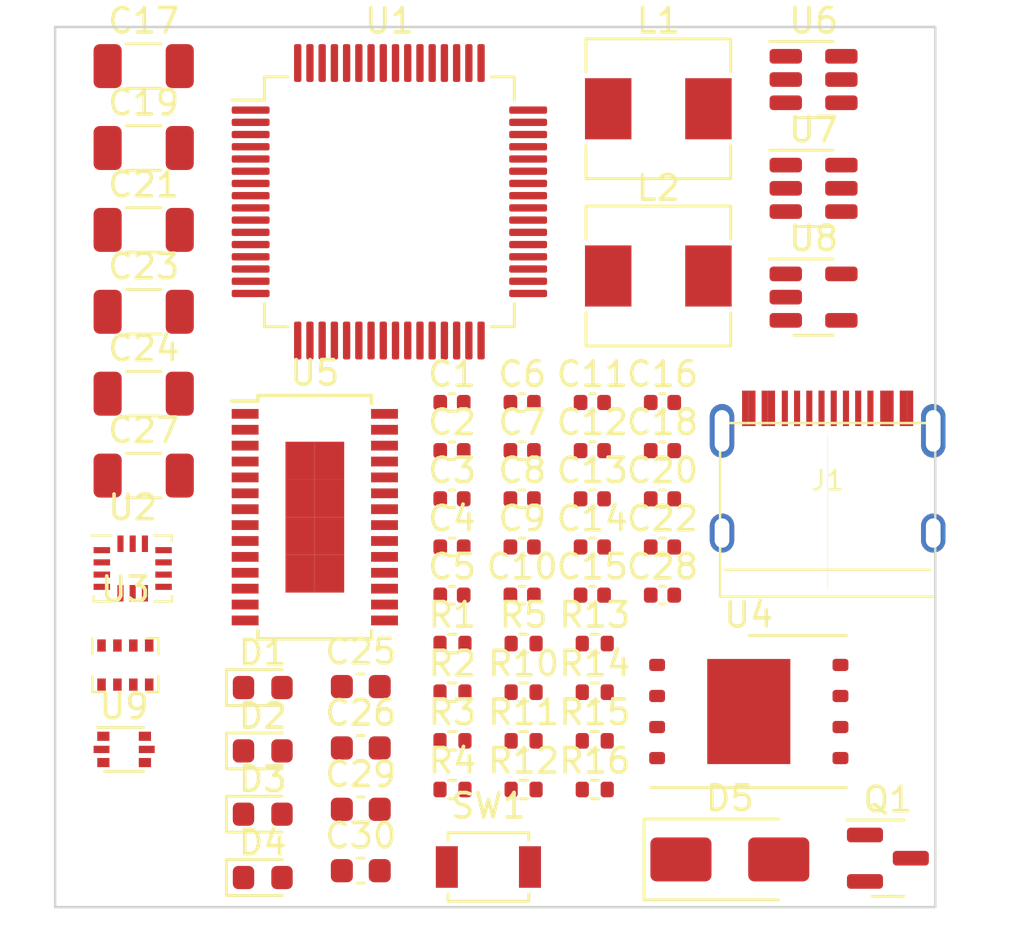
<source format=kicad_pcb>
(kicad_pcb (version 20221018) (generator pcbnew)
  (layers (0 "F.Cu" signal) (1 "In1.Cu" power) (2 "In2.Cu" power) (31 "B.Cu" signal) (34 "B.Paste" user) (35 "F.Paste" user) (36 "B.SilkS" user "B.Silkscreen") (37 "F.SilkS" user "F.Silkscreen") (38 "B.Mask" user) (39 "F.Mask" user) (44 "Edge.Cuts" user))
  (net 0 "")
  (net 1 "SPI1_MISO")
  (net 2 "VBUS")
  (net 3 "EUSB_DP")
  (net 7 "SPI1_SCK")
  (net 8 "SPI1_MOSI")
  (net 9 "SPI1_INT")
  (net 10 "SPI1_CS")
  (net 12 "SPI2_CS")
  (net 14 "SPI3_CS")
  (net 15 "+5V")
  (net 16 "SPI4_CS")
  (net 17 "I2C3_SCL")
  (net 18 "EUSB_DM")
  (net 20 "I2C3_SDA")
  (net 21 "+3V3")
  (net 25 "NRST")
  (net 26 "ISENSE")
  (net 27 "TMR9_CH1")
  (net 28 "TMR9_CH2")
  (net 29 "VSENSE")
  (net 30 "GND")
  (net 31 "UART4_TX")
  (net 32 "UART4_RX")
  (net 33 "USART2_TX")
  (net 34 "USART2_RX")
  (net 35 "TMR2_CH3")
  (net 36 "TMR2_CH4")
  (net 37 "TIM3_CH1")
  (net 38 "TIM3_CH2")
  (net 39 "TIM3_CH3")
  (net 41 "TIM3_CH4")
  (net 42 "SPI2_SCK")
  (net 43 "SPI2_MISO")
  (net 44 "SPI2_MOSI")
  (net 46 "USART1_TX")
  (net 47 "USART1_RX")
  (net 48 "USB_DM")
  (net 49 "USB_DP")
  (net 50 "SWDIO")
  (net 52 "SWCLK")
  (net 54 "BOOT0")
  (net 55 "SPI3_SCK")
  (net 56 "SPI3_MISO")
  (net 57 "SPI3_MOSI")
  (net 58 "SPI4_SCK")
  (net 59 "SPI4_MISO")
  (net 60 "SPI4_MOSI")
  (net 61 "Net-(U5-CLKIN)")
  (net 62 "Net-(U5-XFB)")
  (net 67 "Net-(U5-VIN)")
  (net 68 "Net-(U5-SAG)")
  (net 69 "Net-(U5-VOUT)")
  (net 71 "USART3_RX")
  (net 72 "USART3_TX")
  (net 73 "Net-(U6-SW)")
  (net 76 "Net-(J1-CC1)")
  (net 77 "Net-(J1-CC2)")
  (net 78 "+BATT")
  (net 79 "Net-(U6-FB)")
  (net 81 "Net-(U6-BOOT)")
  (net 82 "Net-(U7-SW)")
  (net 83 "Net-(U7-FB)")
  (net 84 "10V_SW")
  (net 85 "Net-(U7-BOOT)")
  (net 86 "+10V")
  (net 87 "VIN")
  (net 88 "Net-(C29-Pad2)")
  (net 89 "LED1")
  (net 90 "Net-(D1-A)")
  (net 91 "LED2")
  (net 92 "Net-(D2-A)")
  (net 93 "Net-(D3-A)")
  (net 94 "Net-(D4-A)")
  (net 95 "BUZZER-")
  (net 96 "BUZZ")
  (net 97 "VOUT")
  (footprint "Resistor_SMD:R_0402_1005Metric" (layer "F.Cu") (at 119.1625 112.21)
    (fp_text reference "R10" (at 0 -1.17) (layer "F.SilkS"))
    (fp_text value "100k")
    (pad "1" smd roundrect (at -0.51 0) (size 0.54 0.64) (layers "F.Cu" "F.Paste" "F.Mask") (net 86 "+10V"))
    (pad "2" smd roundrect (at 0.51 0) (size 0.54 0.64) (layers "F.Cu" "F.Paste" "F.Mask") (net 83 "Net-(U7-FB)"))
  )
  (footprint "Resistor_SMD:R_0402_1005Metric" (layer "F.Cu") (at 116.2525 116.19)
    (fp_text reference "R4" (at 0 -1.17) (layer "F.SilkS"))
    (fp_text value "10k")
    (pad "1" smd roundrect (at -0.51 0) (size 0.54 0.64) (layers "F.Cu" "F.Paste" "F.Mask") (net 17 "I2C3_SCL"))
    (pad "2" smd roundrect (at 0.51 0) (size 0.54 0.64) (layers "F.Cu" "F.Paste" "F.Mask") (net 21 "+3V3"))
  )
  (footprint "LED_SMD:LED_0603_1608Metric" (layer "F.Cu") (at 108.4925 114.61)
    (fp_text reference "D2" (at 0 -1.43) (layer "F.SilkS"))
    (fp_text value "GREEN")
    (pad "1" smd roundrect (at -0.7875 0) (size 0.875 0.95) (layers "F.Cu" "F.Paste" "F.Mask") (net 91 "LED2"))
    (pad "2" smd roundrect (at 0.7875 0) (size 0.875 0.95) (layers "F.Cu" "F.Paste" "F.Mask") (net 92 "Net-(D2-A)"))
  )
  (footprint "LED_SMD:LED_0603_1608Metric" (layer "F.Cu") (at 108.4925 119.79)
    (fp_text reference "D4" (at 0 -1.43) (layer "F.SilkS"))
    (fp_text value "YELLOW")
    (pad "1" smd roundrect (at -0.7875 0) (size 0.875 0.95) (layers "F.Cu" "F.Paste" "F.Mask") (net 30 "GND"))
    (pad "2" smd roundrect (at 0.7875 0) (size 0.875 0.95) (layers "F.Cu" "F.Paste" "F.Mask") (net 94 "Net-(D4-A)"))
  )
  (footprint "Capacitor_SMD:C_1206_3216Metric" (layer "F.Cu") (at 103.6225 93.3)
    (fp_text reference "C21" (at 0 -1.85) (layer "F.SilkS"))
    (fp_text value "10u 50V")
    (pad "1" smd roundrect (at -1.475 0) (size 1.15 1.8) (layers "F.Cu" "F.Paste" "F.Mask") (roundrect_rratio 0.2173913043) (net 78 "+BATT"))
    (pad "2" smd roundrect (at 1.475 0) (size 1.15 1.8) (layers "F.Cu" "F.Paste" "F.Mask") (roundrect_rratio 0.2173913043) (net 30 "GND"))
  )
  (footprint "Resistor_SMD:R_0402_1005Metric" (layer "F.Cu") (at 122.0725 110.22)
    (fp_text reference "R13" (at 0 -1.17) (layer "F.SilkS"))
    (fp_text value "13.3k")
    (pad "1" smd roundrect (at -0.51 0) (size 0.54 0.64) (layers "F.Cu" "F.Paste" "F.Mask") (net 79 "Net-(U6-FB)"))
    (pad "2" smd roundrect (at 0.51 0) (size 0.54 0.64) (layers "F.Cu" "F.Paste" "F.Mask") (net 30 "GND"))
  )
  (footprint "Capacitor_SMD:C_0603_1608Metric" (layer "F.Cu") (at 112.5025 119.51)
    (fp_text reference "C30" (at 0 -1.43) (layer "F.SilkS"))
    (fp_text value "10u")
    (pad "1" smd roundrect (at -0.775 0) (size 0.9 0.95) (layers "F.Cu" "F.Paste" "F.Mask") (net 68 "Net-(U5-SAG)"))
    (pad "2" smd roundrect (at 0.775 0) (size 0.9 0.95) (layers "F.Cu" "F.Paste" "F.Mask") (net 88 "Net-(C29-Pad2)"))
  )
  (footprint "Diode_SMD:D_SMA" (layer "F.Cu") (at 127.5975 119.05)
    (fp_text reference "D5" (at 0 -2.5) (layer "F.SilkS"))
    (fp_text value "SS34")
    (pad "1" smd roundrect (at -2 0) (size 2.5 1.8) (layers "F.Cu" "F.Paste" "F.Mask") (roundrect_rratio 0.1388888889) (net 15 "+5V"))
    (pad "2" smd roundrect (at 2 0) (size 2.5 1.8) (layers "F.Cu" "F.Paste" "F.Mask") (roundrect_rratio 0.1388888889) (net 2 "VBUS"))
  )
  (footprint "Capacitor_SMD:C_0402_1005Metric" (layer "F.Cu") (at 116.2325 100.36)
    (fp_text reference "C1" (at 0 -1.16) (layer "F.SilkS"))
    (fp_text value "100n")
    (pad "1" smd roundrect (at -0.48 0) (size 0.56 0.62) (layers "F.Cu" "F.Paste" "F.Mask") (net 30 "GND"))
    (pad "2" smd roundrect (at 0.48 0) (size 0.56 0.62) (layers "F.Cu" "F.Paste" "F.Mask") (net 25 "NRST"))
  )
  (footprint "Capacitor_SMD:C_0402_1005Metric" (layer "F.Cu") (at 124.8425 100.36)
    (fp_text reference "C16" (at 0 -1.16) (layer "F.SilkS"))
    (fp_text value "68p")
    (pad "1" smd roundrect (at -0.48 0) (size 0.56 0.62) (layers "F.Cu" "F.Paste" "F.Mask") (net 15 "+5V"))
    (pad "2" smd roundrect (at 0.48 0) (size 0.56 0.62) (layers "F.Cu" "F.Paste" "F.Mask") (net 79 "Net-(U6-FB)"))
  )
  (footprint "Resistor_SMD:R_0402_1005Metric" (layer "F.Cu") (at 116.2525 114.2)
    (fp_text reference "R3" (at 0 -1.17) (layer "F.SilkS"))
    (fp_text value "5.1k")
    (pad "1" smd roundrect (at -0.51 0) (size 0.54 0.64) (layers "F.Cu" "F.Paste" "F.Mask") (net 77 "Net-(J1-CC2)"))
    (pad "2" smd roundrect (at 0.51 0) (size 0.54 0.64) (layers "F.Cu" "F.Paste" "F.Mask") (net 30 "GND"))
  )
  (footprint "Resistor_SMD:R_0402_1005Metric" (layer "F.Cu") (at 116.2525 110.22)
    (fp_text reference "R1" (at 0 -1.17) (layer "F.SilkS"))
    (fp_text value "10k")
    (pad "1" smd roundrect (at -0.51 0) (size 0.54 0.64) (layers "F.Cu" "F.Paste" "F.Mask") (net 54 "BOOT0"))
    (pad "2" smd roundrect (at 0.51 0) (size 0.54 0.64) (layers "F.Cu" "F.Paste" "F.Mask") (net 30 "GND"))
  )
  (footprint "Inductor_SMD:L_Sunlord_MWSA0503S" (layer "F.Cu") (at 124.6725 88.345)
    (fp_text reference "L1" (at 0 -3.6) (layer "F.SilkS"))
    (fp_text value "10u")
    (pad "1" smd rect (at -2.05 0) (size 1.9 2.5) (layers "F.Cu" "F.Paste" "F.Mask") (net 73 "Net-(U6-SW)"))
    (pad "2" smd rect (at 2.05 0) (size 1.9 2.5) (layers "F.Cu" "F.Paste" "F.Mask") (net 15 "+5V"))
  )
  (footprint "Capacitor_SMD:C_0402_1005Metric" (layer "F.Cu") (at 121.9725 100.36)
    (fp_text reference "C11" (at 0 -1.16) (layer "F.SilkS"))
    (fp_text value "100n")
    (pad "1" smd roundrect (at -0.48 0) (size 0.56 0.62) (layers "F.Cu" "F.Paste" "F.Mask") (net 21 "+3V3"))
    (pad "2" smd roundrect (at 0.48 0) (size 0.56 0.62) (layers "F.Cu" "F.Paste" "F.Mask") (net 30 "GND"))
  )
  (footprint "Resistor_SMD:R_0402_1005Metric" (layer "F.Cu") (at 119.1625 110.22)
    (fp_text reference "R5" (at 0 -1.17) (layer "F.SilkS"))
    (fp_text value "10k")
    (pad "1" smd roundrect (at -0.51 0) (size 0.54 0.64) (layers "F.Cu" "F.Paste" "F.Mask") (net 20 "I2C3_SDA"))
    (pad "2" smd roundrect (at 0.51 0) (size 0.54 0.64) (layers "F.Cu" "F.Paste" "F.Mask") (net 21 "+3V3"))
  )
  (footprint "Capacitor_SMD:C_0402_1005Metric" (layer "F.Cu") (at 121.9725 104.3)
    (fp_text reference "C13" (at 0 -1.16) (layer "F.SilkS"))
    (fp_text value "100n")
    (pad "1" smd roundrect (at -0.48 0) (size 0.56 0.62) (layers "F.Cu" "F.Paste" "F.Mask") (net 21 "+3V3"))
    (pad "2" smd roundrect (at 0.48 0) (size 0.56 0.62) (layers "F.Cu" "F.Paste" "F.Mask") (net 30 "GND"))
  )
  (footprint "Capacitor_SMD:C_0603_1608Metric" (layer "F.Cu") (at 112.5025 114.49)
    (fp_text reference "C26" (at 0 -1.43) (layer "F.SilkS"))
    (fp_text value "10u")
    (pad "1" smd roundrect (at -0.775 0) (size 0.9 0.95) (layers "F.Cu" "F.Paste" "F.Mask") (net 15 "+5V"))
    (pad "2" smd roundrect (at 0.775 0) (size 0.9 0.95) (layers "F.Cu" "F.Paste" "F.Mask") (net 30 "GND"))
  )
  (footprint "Resistor_SMD:R_0402_1005Metric" (layer "F.Cu") (at 122.0725 114.2)
    (fp_text reference "R15" (at 0 -1.17) (layer "F.SilkS"))
    (fp_text value "75")
    (pad "1" smd roundrect (at -0.51 0) (size 0.54 0.64) (layers "F.Cu" "F.Paste" "F.Mask") (net 87 "VIN"))
    (pad "2" smd roundrect (at 0.51 0) (size 0.54 0.64) (layers "F.Cu" "F.Paste" "F.Mask") (net 30 "GND"))
  )
  (footprint "Button_Switch_SMD:SW_SPST_B3U-1000P" (layer "F.Cu") (at 117.7225 119.36)
    (fp_text reference "SW1" (at 0 -2.5) (layer "F.SilkS"))
    (fp_text value "SW_Push")
    (pad "1" smd rect (at -1.7 0) (size 0.9 1.7) (layers "F.Cu" "F.Paste" "F.Mask") (net 54 "BOOT0"))
    (pad "2" smd rect (at 1.7 0) (size 0.9 1.7) (layers "F.Cu" "F.Paste" "F.Mask") (net 21 "+3V3"))
  )
  (footprint "Resistor_SMD:R_0402_1005Metric" (layer "F.Cu") (at 119.1625 116.19)
    (fp_text reference "R12" (at 0 -1.17) (layer "F.SilkS"))
    (fp_text value "100k")
    (pad "1" smd roundrect (at -0.51 0) (size 0.54 0.64) (layers "F.Cu" "F.Paste" "F.Mask") (net 15 "+5V"))
    (pad "2" smd roundrect (at 0.51 0) (size 0.54 0.64) (layers "F.Cu" "F.Paste" "F.Mask") (net 79 "Net-(U6-FB)"))
  )
  (footprint "Resistor_SMD:R_0402_1005Metric" (layer "F.Cu") (at 122.0725 116.19)
    (fp_text reference "R16" (at 0 -1.17) (layer "F.SilkS"))
    (fp_text value "75")
    (pad "1" smd roundrect (at -0.51 0) (size 0.54 0.64) (layers "F.Cu" "F.Paste" "F.Mask") (net 88 "Net-(C29-Pad2)"))
    (pad "2" smd roundrect (at 0.51 0) (size 0.54 0.64) (layers "F.Cu" "F.Paste" "F.Mask") (net 97 "VOUT"))
  )
  (footprint "Package_TO_SOT_SMD:SOT-666" (layer "F.Cu") (at 102.8225 114.55)
    (fp_text reference "U9" (at 0 -1.75) (layer "F.SilkS"))
    (fp_text value "USBLC6-2P6")
    (pad "1" smd rect (at -0.85 -0.5375) (size 0.5 0.375) (layers "F.Cu" "F.Paste" "F.Mask") (net 49 "USB_DP"))
    (pad "2" smd rect (at -0.925 0) (size 0.65 0.3) (layers "F.Cu" "F.Paste" "F.Mask") (net 30 "GND"))
    (pad "3" smd rect (at -0.85 0.5375) (size 0.5 0.375) (layers "F.Cu" "F.Paste" "F.Mask") (net 48 "USB_DM"))
    (pad "4" smd rect (at 0.85 0.5375) (size 0.5 0.375) (layers "F.Cu" "F.Paste" "F.Mask") (net 18 "EUSB_DM"))
    (pad "5" smd rect (at 0.925 0) (size 0.65 0.3) (layers "F.Cu" "F.Paste" "F.Mask") (net 2 "VBUS"))
    (pad "6" smd rect (at 0.85 -0.5375) (size 0.5 0.375) (layers "F.Cu" "F.Paste" "F.Mask") (net 3 "EUSB_DP"))
  )
  (footprint "Capacitor_SMD:C_1206_3216Metric" (layer "F.Cu") (at 103.6225 86.6)
    (fp_text reference "C17" (at 0 -1.85) (layer "F.SilkS"))
    (fp_text value "22u")
    (pad "1" smd roundrect (at -1.475 0) (size 1.15 1.8) (layers "F.Cu" "F.Paste" "F.Mask") (roundrect_rratio 0.2173913043) (net 15 "+5V"))
    (pad "2" smd roundrect (at 1.475 0) (size 1.15 1.8) (layers "F.Cu" "F.Paste" "F.Mask") (roundrect_rratio 0.2173913043) (net 30 "GND"))
  )
  (footprint "Capacitor_SMD:C_0402_1005Metric" (layer "F.Cu") (at 119.1025 104.3)
    (fp_text reference "C8" (at 0 -1.16) (layer "F.SilkS"))
    (fp_text value "100n")
    (pad "1" smd roundrect (at -0.48 0) (size 0.56 0.62) (layers "F.Cu" "F.Paste" "F.Mask") (net 21 "+3V3"))
    (pad "2" smd roundrect (at 0.48 0) (size 0.56 0.62) (layers "F.Cu" "F.Paste" "F.Mask") (net 30 "GND"))
  )
  (footprint "Capacitor_SMD:C_0402_1005Metric" (layer "F.Cu") (at 116.2325 104.3)
    (fp_text reference "C3" (at 0 -1.16) (layer "F.SilkS"))
    (fp_text value "100n")
    (pad "1" smd roundrect (at -0.48 0) (size 0.56 0.62) (layers "F.Cu" "F.Paste" "F.Mask") (net 21 "+3V3"))
    (pad "2" smd roundrect (at 0.48 0) (size 0.56 0.62) (layers "F.Cu" "F.Paste" "F.Mask") (net 30 "GND"))
  )
  (footprint "Capacitor_SMD:C_0402_1005Metric" (layer "F.Cu") (at 119.1025 100.36)
    (fp_text reference "C6" (at 0 -1.16) (layer "F.SilkS"))
    (fp_text value "100n")
    (pad "1" smd roundrect (at -0.48 0) (size 0.56 0.62) (layers "F.Cu" "F.Paste" "F.Mask") (net 21 "+3V3"))
    (pad "2" smd roundrect (at 0.48 0) (size 0.56 0.62) (layers "F.Cu" "F.Paste" "F.Mask") (net 30 "GND"))
  )
  (footprint "Resistor_SMD:R_0402_1005Metric" (layer "F.Cu") (at 116.2525 112.21)
    (fp_text reference "R2" (at 0 -1.17) (layer "F.SilkS"))
    (fp_text value "5.1k")
    (pad "1" smd roundrect (at -0.51 0) (size 0.54 0.64) (layers "F.Cu" "F.Paste" "F.Mask") (net 76 "Net-(J1-CC1)"))
    (pad "2" smd roundrect (at 0.51 0) (size 0.54 0.64) (layers "F.Cu" "F.Paste" "F.Mask") (net 30 "GND"))
  )
  (footprint "Package_TO_SOT_SMD:SOT-23" (layer "F.Cu") (at 134.0625 119)
    (fp_text reference "Q1" (at 0 -2.4) (layer "F.SilkS"))
    (fp_text value "AO3400A")
    (pad "1" smd roundrect (at -0.9375 -0.95) (size 1.475 0.6) (layers "F.Cu" "F.Paste" "F.Mask") (net 96 "BUZZ"))
    (pad "2" smd roundrect (at -0.9375 0.95) (size 1.475 0.6) (layers "F.Cu" "F.Paste" "F.Mask") (net 30 "GND"))
    (pad "3" smd roundrect (at 0.9375 0) (size 1.475 0.6) (layers "F.Cu" "F.Paste" "F.Mask") (net 95 "BUZZER-"))
  )
  (footprint "Capacitor_SMD:C_0402_1005Metric" (layer "F.Cu") (at 116.2325 108.24)
    (fp_text reference "C5" (at 0 -1.16) (layer "F.SilkS"))
    (fp_text value "100n")
    (pad "1" smd roundrect (at -0.48 0) (size 0.56 0.62) (layers "F.Cu" "F.Paste" "F.Mask") (net 21 "+3V3"))
    (pad "2" smd roundrect (at 0.48 0) (size 0.56 0.62) (layers "F.Cu" "F.Paste" "F.Mask") (net 30 "GND"))
  )
  (footprint "Capacitor_SMD:C_0402_1005Metric" (layer "F.Cu") (at 124.8425 104.3)
    (fp_text reference "C20" (at 0 -1.16) (layer "F.SilkS"))
    (fp_text value "100n")
    (pad "1" smd roundrect (at -0.48 0) (size 0.56 0.62) (layers "F.Cu" "F.Paste" "F.Mask") (net 81 "Net-(U6-BOOT)"))
    (pad "2" smd roundrect (at 0.48 0) (size 0.56 0.62) (layers "F.Cu" "F.Paste" "F.Mask") (net 73 "Net-(U6-SW)"))
  )
  (footprint "Capacitor_SMD:C_0402_1005Metric" (layer "F.Cu") (at 124.8425 108.24)
    (fp_text reference "C28" (at 0 -1.16) (layer "F.SilkS"))
    (fp_text value "100n")
    (pad "1" smd roundrect (at -0.48 0) (size 0.56 0.62) (layers "F.Cu" "F.Paste" "F.Mask") (net 67 "Net-(U5-VIN)"))
    (pad "2" smd roundrect (at 0.48 0) (size 0.56 0.62) (layers "F.Cu" "F.Paste" "F.Mask") (net 87 "VIN"))
  )
  (footprint "Package_TO_SOT_SMD:SOT-23-5" (layer "F.Cu") (at 131.0225 96.05)
    (fp_text reference "U8" (at 0 -2.4) (layer "F.SilkS"))
    (fp_text value "TLV75733PDBV")
    (pad "1" smd roundrect (at -1.1375 -0.95) (size 1.325 0.6) (layers "F.Cu" "F.Paste" "F.Mask") (net 15 "+5V"))
    (pad "2" smd roundrect (at -1.1375 0) (size 1.325 0.6) (layers "F.Cu" "F.Paste" "F.Mask") (net 30 "GND"))
    (pad "3" smd roundrect (at -1.1375 0.95) (size 1.325 0.6) (layers "F.Cu" "F.Paste" "F.Mask") (net 15 "+5V"))
    (pad "4" smd roundrect (at 1.1375 0.95) (size 1.325 0.6) (layers "F.Cu" "F.Paste" "F.Mask"))
    (pad "5" smd roundrect (at 1.1375 -0.95) (size 1.325 0.6) (layers "F.Cu" "F.Paste" "F.Mask") (net 21 "+3V3"))
  )
  (footprint "Inductor_SMD:L_Sunlord_MWSA0503S" (layer "F.Cu") (at 124.6725 95.185)
    (fp_text reference "L2" (at 0 -3.6) (layer "F.SilkS"))
    (fp_text value "10u")
    (pad "1" smd rect (at -2.05 0) (size 1.9 2.5) (layers "F.Cu" "F.Paste" "F.Mask") (net 82 "Net-(U7-SW)"))
    (pad "2" smd rect (at 2.05 0) (size 1.9 2.5) (layers "F.Cu" "F.Paste" "F.Mask") (net 86 "+10V"))
  )
  (footprint "Capacitor_SMD:C_0402_1005Metric" (layer "F.Cu") (at 121.9725 102.33)
    (fp_text reference "C12" (at 0 -1.16) (layer "F.SilkS"))
    (fp_text value "100n")
    (pad "1" smd roundrect (at -0.48 0) (size 0.56 0.62) (layers "F.Cu" "F.Paste" "F.Mask") (net 21 "+3V3"))
    (pad "2" smd roundrect (at 0.48 0) (size 0.56 0.62) (layers "F.Cu" "F.Paste" "F.Mask") (net 30 "GND"))
  )
  (footprint "LED_SMD:LED_0603_1608Metric" (layer "F.Cu") (at 108.4925 117.2)
    (fp_text reference "D3" (at 0 -1.43) (layer "F.SilkS"))
    (fp_text value "RED")
    (pad "1" smd roundrect (at -0.7875 0) (size 0.875 0.95) (layers "F.Cu" "F.Paste" "F.Mask") (net 30 "GND"))
    (pad "2" smd roundrect (at 0.7875 0) (size 0.875 0.95) (layers "F.Cu" "F.Paste" "F.Mask") (net 93 "Net-(D3-A)"))
  )
  (footprint "Capacitor_SMD:C_0402_1005Metric" (layer "F.Cu") (at 121.9725 106.27)
    (fp_text reference "C14" (at 0 -1.16) (layer "F.SilkS"))
    (fp_text value "100n")
    (pad "1" smd roundrect (at -0.48 0) (size 0.56 0.62) (layers "F.Cu" "F.Paste" "F.Mask") (net 21 "+3V3"))
    (pad "2" smd roundrect (at 0.48 0) (size 0.56 0.62) (layers "F.Cu" "F.Paste" "F.Mask") (net 30 "GND"))
  )
  (footprint "Capacitor_SMD:C_0402_1005Metric" (layer "F.Cu") (at 119.1025 108.24)
    (fp_text reference "C10" (at 0 -1.16) (layer "F.SilkS"))
    (fp_text value "100n")
    (pad "1" smd roundrect (at -0.48 0) (size 0.56 0.62) (layers "F.Cu" "F.Paste" "F.Mask") (net 21 "+3V3"))
    (pad "2" smd roundrect (at 0.48 0) (size 0.56 0.62) (layers "F.Cu" "F.Paste" "F.Mask") (net 30 "GND"))
  )
  (footprint "Capacitor_SMD:C_0402_1005Metric" (layer "F.Cu") (at 116.2325 102.33)
    (fp_text reference "C2" (at 0 -1.16) (layer "F.SilkS"))
    (fp_text value "100n")
    (pad "1" smd roundrect (at -0.48 0) (size 0.56 0.62) (layers "F.Cu" "F.Paste" "F.Mask") (net 21 "+3V3"))
    (pad "2" smd roundrect (at 0.48 0) (size 0.56 0.62) (layers "F.Cu" "F.Paste" "F.Mask") (net 30 "GND"))
  )
  (footprint "Capacitor_SMD:C_1206_3216Metric" (layer "F.Cu") (at 103.6225 96.65)
    (fp_text reference "C23" (at 0 -1.85) (layer "F.SilkS"))
    (fp_text value "22u")
    (pad "1" smd roundrect (at -1.475 0) (size 1.15 1.8) (layers "F.Cu" "F.Paste" "F.Mask") (roundrect_rratio 0.2173913043) (net 15 "+5V"))
    (pad "2" smd roundrect (at 1.475 0) (size 1.15 1.8) (layers "F.Cu" "F.Paste" "F.Mask") (roundrect_rratio 0.2173913043) (net 30 "GND"))
  )
  (footprint "Package_LGA:Bosch_LGA-8_2x2.5mm_P0.65mm_ClockwisePinNumbering" (layer "F.Cu") (at 102.8725 111.1)
    (fp_text reference "U3" (at 0 -3.1) (layer "F.SilkS"))
    (fp_text value "BMP280")
    (pad "1" smd rect (at -0.975 -0.8 90) (size 0.5 0.35) (layers "F.Cu" "F.Paste" "F.Mask") (net 30 "GND"))
    (pad "2" smd rect (at -0.325 -0.8 90) (size 0.5 0.35) (layers "F.Cu" "F.Paste" "F.Mask") (net 12 "SPI2_CS"))
    (pad "3" smd rect (at 0.325 -0.8 90) (size 0.5 0.35) (layers "F.Cu" "F.Paste" "F.Mask") (net 44 "SPI2_MOSI"))
    (pad "4" smd rect (at 0.975 -0.8 90) (size 0.5 0.35) (layers "F.Cu" "F.Paste" "F.Mask") (net 42 "SPI2_SCK"))
    (pad "5" smd rect (at 0.975 0.8 90) (size 0.5 0.35) (layers "F.Cu" "F.Paste" "F.Mask") (net 43 "SPI2_MISO"))
    (pad "6" smd rect (at 0.325 0.8 90) (size 0.5 0.35) (layers "F.Cu" "F.Paste" "F.Mask") (net 21 "+3V3"))
    (pad "7" smd rect (at -0.325 0.8 90) (size 0.5 0.35) (layers "F.Cu" "F.Paste" "F.Mask") (net 30 "GND"))
    (pad "8" smd rect (at -0.975 0.8 90) (size 0.5 0.35) (layers "F.Cu" "F.Paste" "F.Mask") (net 21 "+3V3"))
  )
  (footprint "Capacitor_SMD:C_0603_1608Metric" (layer "F.Cu") (at 112.5025 117)
    (fp_text reference "C29" (at 0 -1.43) (layer "F.SilkS"))
    (fp_text value "10u")
    (pad "1" smd roundrect (at -0.775 0) (size 0.9 0.95) (layers "F.Cu" "F.Paste" "F.Mask") (net 69 "Net-(U5-VOUT)"))
    (pad "2" smd roundrect (at 0.775 0) (size 0.9 0.95) (layers "F.Cu" "F.Paste" "F.Mask") (net 88 "Net-(C29-Pad2)"))
  )
  (footprint "LED_SMD:LED_0603_1608Metric" (layer "F.Cu") (at 108.4925 112.02)
    (fp_text reference "D1" (at 0 -1.43) (layer "F.SilkS"))
    (fp_text value "BLUE")
    (pad "1" smd roundrect (at -0.7875 0) (size 0.875 0.95) (layers "F.Cu" "F.Paste" "F.Mask") (net 89 "LED1"))
    (pad "2" smd roundrect (at 0.7875 0) (size 0.875 0.95) (layers "F.Cu" "F.Paste" "F.Mask") (net 90 "Net-(D1-A)"))
  )
  (footprint "flight-controller:TYPE-C-31-M-12" (layer "F.Cu") (at 131.5975 105.7)
    (fp_text reference "J1" (at 0 -2.15 -180) (layer "F.SilkS") (effects (font (size 0.8 0.8) (thickness 0.1))))
    (fp_text value "USB_C_Receptacle_USB2.0")
    (pad "" np_thru_hole circle (at -2.9 -3.65) (size 0.65 0.65) (drill 0.65) (layers "*.Cu" "*.Mask") (clearance 0.01))
    (pad "" np_thru_hole circle (at 2.9 -3.65) (size 0.65 0.65) (drill 0.65) (layers "*.Cu" "*.Mask") (clearance 0.01))
    (pad "A1" smd rect (at -3.375 -5.1) (size 0.25 1.45) (layers "F.Cu" "F.Paste" "F.Mask") (net 30 "GND"))
    (pad "A4" smd rect (at -2.575 -5.1) (size 0.25 1.45) (layers "F.Cu" "F.Paste" "F.Mask") (net 2 "VBUS"))
    (pad "A5" smd rect (at -1.25 -5.1) (size 0.25 1.45) (layers "F.Cu" "F.Paste" "F.Mask") (net 76 "Net-(J1-CC1)"))
    (pad "A6" smd rect (at -0.25 -5.1) (size 0.25 1.45) (layers "F.Cu" "F.Paste" "F.Mask") (net 3 "EUSB_DP"))
    (pad "A7" smd rect (at 0.25 -5.1) (size 0.25 1.45) (layers "F.Cu" "F.Paste" "F.Mask") (net 18 "EUSB_DM"))
    (pad "A8" smd rect (at 1.25 -5.1) (size 0.25 1.45) (layers "F.Cu" "F.Paste" "F.Mask"))
    (pad "A9" smd rect (at 2.575 -5.1) (size 0.25 1.45) (layers "F.Cu" "F.Paste" "F.Mask") (net 2 "VBUS"))
    (pad "A12" smd rect (at 3.375 -5.1) (size 0.25 1.45) (layers "F.Cu" "F.Paste" "F.Mask") (net 30 "GND"))
    (pad "B1" smd rect (at 3.1 -5.1) (size 0.3 1.45) (layers "F.Cu" "F.Paste" "F.Mask") (net 30 "GND"))
    (pad "B4" smd rect (at 2.3 -5.1) (size 0.3 1.45) (layers "F.Cu" "F.Paste" "F.Mask") (net 2 "VBUS"))
    (pad "B5" smd rect (at 1.75 -5.1) (size 0.25 1.45) (layers "F.Cu" "F.Paste" "F.Mask") (net 77 "Net-(J1-CC2)"))
    (pad "B6" smd rect (at 0.75 -5.1) (size 0.25 1.45) (layers "F.Cu" "F.Paste" "F.Mask") (net 3 "EUSB_DP"))
    (pad "B7" smd rect (at -0.75 -5.1) (size 0.25 1.45) (layers "F.Cu" "F.Paste" "F.Mask") (net 18 "EUSB_DM"))
    (pad "B8" smd rect (at -1.75 -5.1) (size 0.25 1.45) (layers "F.Cu" "F.Paste" "F.Mask"))
    (pad "B9" smd rect (at -2.3 -5.1) (size 0.3 1.45) (layers "F.Cu" "F.Paste" "F.Mask") (net 2 "VBUS"))
    (pad "B12" smd rect (at -3.1 -5.1) (size 0.3 1.45) (layers "F.Cu" "F.Paste" "F.Mask") (net 30 "GND"))
    (pad "S1" thru_hole roundrect (at -4.32 -4.18) (size 1 2.2) (drill oval 0.6 1.7) (layers "*.Cu" "*.Mask") (roundrect_rratio 0.5) (net 30 "GND"))
    (pad "S1" thru_hole roundrect (at -4.32 0) (size 1 1.6) (drill oval 0.6 1.2) (layers "*.Cu" "*.Mask") (roundrect_rratio 0.5) (net 30 "GND"))
    (pad "S1" thru_hole roundrect (at 4.32 -4.18) (size 1 2.2) (drill oval 0.6 1.7) (layers "*.Cu" "*.Mask") (roundrect_rratio 0.5) (net 30 "GND"))
    (pad "S1" thru_hole roundrect (at 4.32 0) (size 1 1.6) (drill oval 0.6 1.2) (layers "*.Cu" "*.Mask") (roundrect_rratio 0.5) (net 30 "GND"))
  )
  (footprint "Package_SO:TSSOP-28-1EP_4.4x9.7mm_P0.65mm" (layer "F.Cu") (at 110.6225 105.05)
    (fp_text reference "U5" (at 0 -5.9) (layer "F.SilkS"))
    (fp_text value "AT7456E")
    (pad "1" smd rect (at -2.85 -4.225) (size 1.1 0.4) (layers "F.Cu" "F.Paste" "F.Mask"))
    (pad "2" smd rect (at -2.85 -3.575) (size 1.1 0.4) (layers "F.Cu" "F.Paste" "F.Mask"))
    (pad "3" smd rect (at -2.85 -2.925) (size 1.1 0.4) (layers "F.Cu" "F.Paste" "F.Mask") (net 15 "+5V"))
    (pad "4" smd rect (at -2.85 -2.275) (size 1.1 0.4) (layers "F.Cu" "F.Paste" "F.Mask") (net 30 "GND"))
    (pad "5" smd rect (at -2.85 -1.625) (size 1.1 0.4) (layers "F.Cu" "F.Paste" "F.Mask") (net 61 "Net-(U5-CLKIN)"))
    (pad "6" smd rect (at -2.85 -0.975) (size 1.1 0.4) (layers "F.Cu" "F.Paste" "F.Mask") (net 62 "Net-(U5-XFB)"))
    (pad "7" smd rect (at -2.85 -0.325) (size 1.1 0.4) (layers "F.Cu" "F.Paste" "F.Mask"))
    (pad "8" smd rect (at -2.85 0.325) (size 1.1 0.4) (layers "F.Cu" "F.Paste" "F.Mask") (net 16 "SPI4_CS"))
    (pad "9" smd rect (at -2.85 0.975) (size 1.1 0.4) (layers "F.Cu" "F.Paste" "F.Mask") (net 60 "SPI4_MOSI"))
    (pad "10" smd rect (at -2.85 1.625) (size 1.1 0.4) (layers "F.Cu" "F.Paste" "F.Mask") (net 58 "SPI4_SCK"))
    (pad "11" smd rect (at -2.85 2.275) (size 1.1 0.4) (layers "F.Cu" "F.Paste" "F.Mask") (net 59 "SPI4_MISO"))
    (pad "12" smd rect (at -2.85 2.925) (size 1.1 0.4) (layers "F.Cu" "F.Paste" "F.Mask"))
    (pad "13" smd rect (at -2.85 3.575) (size 1.1 0.4) (layers "F.Cu" "F.Paste" "F.Mask"))
    (pad "14" smd rect (at -2.85 4.225) (size 1.1 0.4) (layers "F.Cu" "F.Paste" "F.Mask"))
    (pad "15" smd rect (at 2.85 4.225) (size 1.1 0.4) (layers "F.Cu" "F.Paste" "F.Mask"))
    (pad "16" smd rect (at 2.85 3.575) (size 1.1 0.4) (layers "F.Cu" "F.Paste" "F.Mask"))
    (pad "17" smd rect (at 2.85 2.925) (size 1.1 0.4) (layers "F.Cu" "F.Paste" "F.Mask"))
    (pad "18" smd rect (at 2.85 2.275) (size 1.1 0.4) (layers "F.Cu" "F.Paste" "F.Mask"))
    (pad "19" smd rect (at 2.85 1.625) (size 1.1 0.4) (layers "F.Cu" "F.Paste" "F.Mask") (net 15 "+5V"))
    (pad "20" smd rect (at 2.85 0.975) (size 1.1 0.4) (layers "F.Cu" "F.Paste" "F.Mask") (net 30 "GND"))
    (pad "21" smd rect (at 2.85 0.325) (size 1.1 0.4) (layers "F.Cu" "F.Paste" "F.Mask") (net 15 "+5V"))
    (pad "22" smd rect (at 2.85 -0.325) (size 1.1 0.4) (layers "F.Cu" "F.Paste" "F.Mask") (net 67 "Net-(U5-VIN)"))
    (pad "23" smd rect (at 2.85 -0.975) (size 1.1 0.4) (layers "F.Cu" "F.Paste" "F.Mask") (net 30 "GND"))
    (pad "24" smd rect (at 2.85 -1.625) (size 1.1 0.4) (layers "F.Cu" "F.Paste" "F.Mask") (net 15 "+5V"))
    (pad "25" smd rect (at 2.85 -2.275) (size 1.1 0.4) (layers "F.Cu" "F.Paste" "F.Mask") (net 68 "Net-(U5-SAG)"))
    (pad "26" smd rect (at 2.85 -2.925) (size 1.1 0.4) (layers "F.Cu" "F.Paste" "F.Mask") (net 69 "Net-(U5-VOUT)"))
    (pad "27" smd rect (at 2.85 -3.575) (size 1.1 0.4) (layers "F.Cu" "F.Paste" "F.Mask") (net 30 "GND"))
    (pad "28" smd rect (at 2.85 -4.225) (size 1.1 0.4) (layers "F.Cu" "F.Paste" "F.Mask"))
    (pad "29" smd rect (at -0.6 -2.31375) (size 1.2 1.5425) (layers "F.Cu" "F.Paste" "F.Mask"))
    (pad "29" smd rect (at -0.6 -0.77125) (size 1.2 1.5425) (layers "F.Cu" "F.Paste" "F.Mask"))
    (pad "29" smd rect (at -0.6 0.77125) (size 1.2 1.5425) (layers "F.Cu" "F.Paste" "F.Mask"))
    (pad "29" smd rect (at -0.6 2.31375) (size 1.2 1.5425) (layers "F.Cu" "F.Paste" "F.Mask"))
    (pad "29" smd rect (at 0.6 -2.31375) (size 1.2 1.5425) (layers "F.Cu" "F.Paste" "F.Mask"))
    (pad "29" smd rect (at 0.6 -0.77125) (size 1.2 1.5425) (layers "F.Cu" "F.Paste" "F.Mask"))
    (pad "29" smd rect (at 0.6 0.77125) (size 1.2 1.5425) (layers "F.Cu" "F.Paste" "F.Mask"))
    (pad "29" smd rect (at 0.6 2.31375) (size 1.2 1.5425) (layers "F.Cu" "F.Paste" "F.Mask"))
  )
  (footprint "Capacitor_SMD:C_1206_3216Metric" (layer "F.Cu") (at 103.6225 103.35)
    (fp_text reference "C27" (at 0 -1.85) (layer "F.SilkS"))
    (fp_text value "22u")
    (pad "1" smd roundrect (at -1.475 0) (size 1.15 1.8) (layers "F.Cu" "F.Paste" "F.Mask") (roundrect_rratio 0.2173913043) (net 86 "+10V"))
    (pad "2" smd roundrect (at 1.475 0) (size 1.15 1.8) (layers "F.Cu" "F.Paste" "F.Mask") (roundrect_rratio 0.2173913043) (net 30 "GND"))
  )
  (footprint "Package_TO_SOT_SMD:SOT-23-6" (layer "F.Cu") (at 131.0225 87.15)
    (fp_text reference "U6" (at 0 -2.4) (layer "F.SilkS"))
    (fp_text value "TPS54302")
    (pad "1" smd roundrect (at -1.1375 -0.95) (size 1.325 0.6) (layers "F.Cu" "F.Paste" "F.Mask") (net 30 "GND"))
    (pad "2" smd roundrect (at -1.1375 0) (size 1.325 0.6) (layers "F.Cu" "F.Paste" "F.Mask") (net 73 "Net-(U6-SW)"))
    (pad "3" smd roundrect (at -1.1375 0.95) (size 1.325 0.6) (layers "F.Cu" "F.Paste" "F.Mask") (net 78 "+BATT"))
    (pad "4" smd roundrect (at 1.1375 0.95) (size 1.325 0.6) (layers "F.Cu" "F.Paste" "F.Mask") (net 79 "Net-(U6-FB)"))
    (pad "5" smd roundrect (at 1.1375 0) (size 1.325 0.6) (layers "F.Cu" "F.Paste" "F.Mask"))
    (pad "6" smd roundrect (at 1.1375 -0.95) (size 1.325 0.6) (layers "F.Cu" "F.Paste" "F.Mask") (net 81 "Net-(U6-BOOT)"))
  )
  (footprint "Capacitor_SMD:C_0402_1005Metric" (layer "F.Cu") (at 124.8425 102.33)
    (fp_text reference "C18" (at 0 -1.16) (layer "F.SilkS"))
    (fp_text value "100n")
    (pad "1" smd roundrect (at -0.48 0) (size 0.56 0.62) (layers "F.Cu" "F.Paste" "F.Mask") (net 85 "Net-(U7-BOOT)"))
    (pad "2" smd roundrect (at 0.48 0) (size 0.56 0.62) (layers "F.Cu" "F.Paste" "F.Mask") (net 82 "Net-(U7-SW)"))
  )
  (footprint "Package_TO_SOT_SMD:SOT-23-6" (layer "F.Cu") (at 131.0225 91.6)
    (fp_text reference "U7" (at 0 -2.4) (layer "F.SilkS"))
    (fp_text value "TPS54302")
    (pad "1" smd roundrect (at -1.1375 -0.95) (size 1.325 0.6) (layers "F.Cu" "F.Paste" "F.Mask") (net 30 "GND"))
    (pad "2" smd roundrect (at -1.1375 0) (size 1.325 0.6) (layers "F.Cu" "F.Paste" "F.Mask") (net 82 "Net-(U7-SW)"))
    (pad "3" smd roundrect (at -1.1375 0.95) (size 1.325 0.6) (layers "F.Cu" "F.Paste" "F.Mask") (net 78 "+BATT"))
    (pad "4" smd roundrect (at 1.1375 0.95) (size 1.325 0.6) (layers "F.Cu" "F.Paste" "F.Mask") (net 83 "Net-(U7-FB)"))
    (pad "5" smd roundrect (at 1.1375 0) (size 1.325 0.6) (layers "F.Cu" "F.Paste" "F.Mask") (net 84 "10V_SW"))
    (pad "6" smd roundrect (at 1.1375 -0.95) (size 1.325 0.6) (layers "F.Cu" "F.Paste" "F.Mask") (net 85 "Net-(U7-BOOT)"))
  )
  (footprint "Resistor_SMD:R_0402_1005Metric" (layer "F.Cu") (at 122.0725 112.21)
    (fp_text reference "R14" (at 0 -1.17) (layer "F.SilkS"))
    (fp_text value "10k")
    (pad "1" smd roundrect (at -0.51 0) (size 0.54 0.64) (layers "F.Cu" "F.Paste" "F.Mask") (net 96 "BUZZ"))
    (pad "2" smd roundrect (at 0.51 0) (size 0.54 0.64) (layers "F.Cu" "F.Paste" "F.Mask") (net 30 "GND"))
  )
  (footprint "Package_LGA:Bosch_LGA-14_3x2.5mm_P0.5mm" (layer "F.Cu") (at 103.1725 107.15)
    (fp_text reference "U2" (at 0 -2.5) (layer "F.SilkS"))
    (fp_text value "BMI270")
    (pad "1" smd rect (at -1.2625 -0.75) (size 0.675 0.25) (layers "F.Cu" "F.Paste" "F.Mask") (net 1 "SPI1_MISO"))
    (pad "2" smd rect (at -1.2625 -0.25) (size 0.675 0.25) (layers "F.Cu" "F.Paste" "F.Mask") (net 21 "+3V3"))
    (pad "3" smd rect (at -1.2625 0.25) (size 0.675 0.25) (layers "F.Cu" "F.Paste" "F.Mask") (net 21 "+3V3"))
    (pad "4" smd rect (at -1.2625 0.75) (size 0.675 0.25) (layers "F.Cu" "F.Paste" "F.Mask") (net 9 "SPI1_INT"))
    (pad "5" smd rect (at -0.5 1.0125) (size 0.25 0.675) (layers "F.Cu" "F.Paste" "F.Mask") (net 21 "+3V3"))
    (pad "6" smd rect (at 0 1.0125) (size 0.25 0.675) (layers "F.Cu" "F.Paste" "F.Mask") (net 30 "GND"))
    (pad "7" smd rect (at 0.5 1.0125) (size 0.25 0.675) (layers "F.Cu" "F.Paste" "F.Mask") (net 30 "GND"))
    (pad "8" smd rect (at 1.2625 0.75) (size 0.675 0.25) (layers "F.Cu" "F.Paste" "F.Mask") (net 21 "+3V3"))
    (pad "9" smd rect (at 1.2625 0.25) (size 0.675 0.25) (layers "F.Cu" "F.Paste" "F.Mask"))
    (pad "10" smd rect (at 1.2625 -0.25) (size 0.675 0.25) (layers "F.Cu" "F.Paste" "F.Mask"))
    (pad "11" smd rect (at 1.2625 -0.75) (size 0.675 0.25) (layers "F.Cu" "F.Paste" "F.Mask"))
    (pad "12" smd rect (at 0.5 -1.0125) (size 0.25 0.675) (layers "F.Cu" "F.Paste" "F.Mask") (net 10 "SPI1_CS"))
    (pad "13" smd rect (at 0 -1.0125) (size 0.25 0.675) (layers "F.Cu" "F.Paste" "F.Mask") (net 7 "SPI1_SCK"))
    (pad "14" smd rect (at -0.5 -1.0125) (size 0.25 0.675) (layers "F.Cu" "F.Paste" "F.Mask") (net 8 "SPI1_MOSI"))
  )
  (footprint "Capacitor_SMD:C_0402_1005Metric" (layer "F.Cu") (at 116.2325 106.27)
    (fp_text reference "C4" (at 0 -1.16) (layer "F.SilkS"))
    (fp_text value "100n")
    (pad "1" smd roundrect (at -0.48 0) (size 0.56 0.62) (layers "F.Cu" "F.Paste" "F.Mask") (net 21 "+3V3"))
    (pad "2" smd roundrect (at 0.48 0) (size 0.56 0.62) (layers "F.Cu" "F.Paste" "F.Mask") (net 30 "GND"))
  )
  (footprint "Package_SON:WSON-8-1EP_8x6mm_P1.27mm_EP3.4x4.3mm" (layer "F.Cu") (at 128.3725 113)
    (fp_text reference "U4" (at 0 -3.95) (layer "F.SilkS"))
    (fp_text value "W25N01GVZEIG")
    (pad "1" smd roundrect (at -3.75 -1.905) (size 0.65 0.5) (layers "F.Cu" "F.Paste" "F.Mask") (net 14 "SPI3_CS"))
    (pad "2" smd roundrect (at -3.75 -0.635) (size 0.65 0.5) (layers "F.Cu" "F.Paste" "F.Mask") (net 56 "SPI3_MISO"))
    (pad "3" smd roundrect (at -3.75 0.635) (size 0.65 0.5) (layers "F.Cu" "F.Paste" "F.Mask"))
    (pad "4" smd roundrect (at -3.75 1.905) (size 0.65 0.5) (layers "F.Cu" "F.Paste" "F.Mask") (net 30 "GND"))
    (pad "5" smd roundrect (at 3.75 1.905) (size 0.65 0.5) (layers "F.Cu" "F.Paste" "F.Mask") (net 57 "SPI3_MOSI"))
    (pad "6" smd roundrect (at 3.75 0.635) (size 0.65 0.5) (layers "F.Cu" "F.Paste" "F.Mask") (net 55 "SPI3_SCK"))
    (pad "7" smd roundrect (at 3.75 -0.635) (size 0.65 0.5) (layers "F.Cu" "F.Paste" "F.Mask"))
    (pad "8" smd roundrect (at 3.75 -1.905) (size 0.65 0.5) (layers "F.Cu" "F.Paste" "F.Mask") (net 21 "+3V3"))
    (pad "9" smd rect (at 0 0) (size 3.4 4.3) (layers "F.Cu" "F.Mask") (net 30 "GND"))
  )
  (footprint "Capacitor_SMD:C_1206_3216Metric" (layer "F.Cu") (at 103.6225 100)
    (fp_text reference "C24" (at 0 -1.85) (layer "F.SilkS"))
    (fp_text value "22u")
    (pad "1" smd roundrect (at -1.475 0) (size 1.15 1.8) (layers "F.Cu" "F.Paste" "F.Mask") (roundrect_rratio 0.2173913043) (net 86 "+10V"))
    (pad "2" smd roundrect (at 1.475 0) (size 1.15 1.8) (layers "F.Cu" "F.Paste" "F.Mask") (roundrect_rratio 0.2173913043) (net 30 "GND"))
  )
  (footprint "Resistor_SMD:R_0402_1005Metric" (layer "F.Cu") (at 119.1625 114.2)
    (fp_text reference "R11" (at 0 -1.17) (layer "F.SilkS"))
    (fp_text value "6.34k")
    (pad "1" smd roundrect (at -0.51 0) (size 0.54 0.64) (layers "F.Cu" "F.Paste" "F.Mask") (net 83 "Net-(U7-FB)"))
    (pad "2" smd roundrect (at 0.51 0) (size 0.54 0.64) (layers "F.Cu" "F.Paste" "F.Mask") (net 30 "GND"))
  )
  (footprint "Capacitor_SMD:C_0402_1005Metric" (layer "F.Cu") (at 124.8425 106.27)
    (fp_text reference "C22" (at 0 -1.16) (layer "F.SilkS"))
    (fp_text value "68p")
    (pad "1" smd roundrect (at -0.48 0) (size 0.56 0.62) (layers "F.Cu" "F.Paste" "F.Mask") (net 86 "+10V"))
    (pad "2" smd roundrect (at 0.48 0) (size 0.56 0.62) (layers "F.Cu" "F.Paste" "F.Mask") (net 83 "Net-(U7-FB)"))
  )
  (footprint "Capacitor_SMD:C_1206_3216Metric" (layer "F.Cu") (at 103.6225 89.95)
    (fp_text reference "C19" (at 0 -1.85) (layer "F.SilkS"))
    (fp_text value "10u 50V")
    (pad "1" smd roundrect (at -1.475 0) (size 1.15 1.8) (layers "F.Cu" "F.Paste" "F.Mask") (roundrect_rratio 0.2173913043) (net 78 "+BATT"))
    (pad "2" smd roundrect (at 1.475 0) (size 1.15 1.8) (layers "F.Cu" "F.Paste" "F.Mask") (roundrect_rratio 0.2173913043) (net 30 "GND"))
  )
  (footprint "Capacitor_SMD:C_0603_1608Metric" (layer "F.Cu") (at 112.5025 111.98)
    (fp_text reference "C25" (at 0 -1.43) (layer "F.SilkS"))
    (fp_text value "10u")
    (pad "1" smd roundrect (at -0.775 0) (size 0.9 0.95) (layers "F.Cu" "F.Paste" "F.Mask") (net 21 "+3V3"))
    (pad "2" smd roundrect (at 0.775 0) (size 0.9 0.95) (layers "F.Cu" "F.Paste" "F.Mask") (net 30 "GND"))
  )
  (footprint "Capacitor_SMD:C_0402_1005Metric" (layer "F.Cu") (at 119.1025 106.27)
    (fp_text reference "C9" (at 0 -1.16) (layer "F.SilkS"))
    (fp_text value "100n")
    (pad "1" smd roundrect (at -0.48 0) (size 0.56 0.62) (layers "F.Cu" "F.Paste" "F.Mask") (net 21 "+3V3"))
    (pad "2" smd roundrect (at 0.48 0) (size 0.56 0.62) (layers "F.Cu" "F.Paste" "F.Mask") (net 30 "GND"))
  )
  (footprint "Package_QFP:LQFP-64_10x10mm_P0.5mm" (layer "F.Cu") (at 113.6725 92.15)
    (fp_text reference "U1" (at 0 -7.4) (layer "F.SilkS"))
    (fp_text value "AT32F435RGT7")
    (pad "1" smd roundrect (at -5.675 -3.75) (size 1.55 0.3) (layers "F.Cu" "F.Paste" "F.Mask") (net 21 "+3V3"))
    (pad "2" smd roundrect (at -5.675 -3.25) (size 1.55 0.3) (layers "F.Cu" "F.Paste" "F.Mask"))
    (pad "3" smd roundrect (at -5.675 -2.75) (size 1.55 0.3) (layers "F.Cu" "F.Paste" "F.Mask") (net 96 "BUZZ"))
    (pad "4" smd roundrect (at -5.675 -2.25) (size 1.55 0.3) (layers "F.Cu" "F.Paste" "F.Mask") (net 84 "10V_SW"))
    (pad "5" smd roundrect (at -5.675 -1.75) (size 1.55 0.3) (layers "F.Cu" "F.Paste" "F.Mask"))
    (pad "6" smd roundrect (at -5.675 -1.25) (size 1.55 0.3) (layers "F.Cu" "F.Paste" "F.Mask"))
    (pad "7" smd roundrect (at -5.675 -0.75) (size 1.55 0.3) (layers "F.Cu" "F.Paste" "F.Mask") (net 25 "NRST"))
    (pad "8" smd roundrect (at -5.675 -0.25) (size 1.55 0.3) (layers "F.Cu" "F.Paste" "F.Mask") (net 17 "I2C3_SCL"))
    (pad "9" smd roundrect (at -5.675 0.25) (size 1.55 0.3) (layers "F.Cu" "F.Paste" "F.Mask") (net 20 "I2C3_SDA"))
    (pad "10" smd roundrect (at -5.675 0.75) (size 1.55 0.3) (layers "F.Cu" "F.Paste" "F.Mask") (net 26 "ISENSE"))
    (pad "11" smd roundrect (at -5.675 1.25) (size 1.55 0.3) (layers "F.Cu" "F.Paste" "F.Mask") (net 29 "VSENSE"))
    (pad "12" smd roundrect (at -5.675 1.75) (size 1.55 0.3) (layers "F.Cu" "F.Paste" "F.Mask") (net 30 "GND"))
    (pad "13" smd roundrect (at -5.675 2.25) (size 1.55 0.3) (layers "F.Cu" "F.Paste" "F.Mask") (net 21 "+3V3"))
    (pad "14" smd roundrect (at -5.675 2.75) (size 1.55 0.3) (layers "F.Cu" "F.Paste" "F.Mask") (net 31 "UART4_TX"))
    (pad "15" smd roundrect (at -5.675 3.25) (size 1.55 0.3) (layers "F.Cu" "F.Paste" "F.Mask") (net 32 "UART4_RX"))
    (pad "16" smd roundrect (at -5.675 3.75) (size 1.55 0.3) (layers "F.Cu" "F.Paste" "F.Mask") (net 33 "USART2_TX"))
    (pad "17" smd roundrect (at -3.75 5.675) (size 0.3 1.55) (layers "F.Cu" "F.Paste" "F.Mask") (net 34 "USART2_RX"))
    (pad "18" smd roundrect (at -3.25 5.675) (size 0.3 1.55) (layers "F.Cu" "F.Paste" "F.Mask") (net 30 "GND"))
    (pad "19" smd roundrect (at -2.75 5.675) (size 0.3 1.55) (layers "F.Cu" "F.Paste" "F.Mask") (net 21 "+3V3"))
    (pad "20" smd roundrect (at -2.25 5.675) (size 0.3 1.55) (layers "F.Cu" "F.Paste" "F.Mask") (net 10 "SPI1_CS"))
    (pad "21" smd roundrect (at -1.75 5.675) (size 0.3 1.55) (layers "F.Cu" "F.Paste" "F.Mask") (net 7 "SPI1_SCK"))
    (pad "22" smd roundrect (at -1.25 5.675) (size 0.3 1.55) (layers "F.Cu" "F.Paste" "F.Mask") (net 1 "SPI1_MISO"))
    (pad "23" smd roundrect (at -0.75 5.675) (size 0.3 1.55) (layers "F.Cu" "F.Paste" "F.Mask") (net 8 "SPI1_MOSI"))
    (pad "24" smd roundrect (at -0.25 5.675) (size 0.3 1.55) (layers "F.Cu" "F.Paste" "F.Mask") (net 27 "TMR9_CH1"))
    (pad "25" smd roundrect (at 0.25 5.675) (size 0.3 1.55) (layers "F.Cu" "F.Paste" "F.Mask") (net 28 "TMR9_CH2"))
    (pad "26" smd roundrect (at 0.75 5.675) (size 0.3 1.55) (layers "F.Cu" "F.Paste" "F.Mask") (net 9 "SPI1_INT"))
    (pad "27" smd roundrect (at 1.25 5.675) (size 0.3 1.55) (layers "F.Cu" "F.Paste" "F.Mask") (net 89 "LED1"))
    (pad "28" smd roundrect (at 1.75 5.675) (size 0.3 1.55) (layers "F.Cu" "F.Paste" "F.Mask") (net 91 "LED2"))
    (pad "29" smd roundrect (at 2.25 5.675) (size 0.3 1.55) (layers "F.Cu" "F.Paste" "F.Mask") (net 35 "TMR2_CH3"))
    (pad "30" smd roundrect (at 2.75 5.675) (size 0.3 1.55) (layers "F.Cu" "F.Paste" "F.Mask") (net 36 "TMR2_CH4"))
    (pad "31" smd roundrect (at 3.25 5.675) (size 0.3 1.55) (layers "F.Cu" "F.Paste" "F.Mask"))
    (pad "32" smd roundrect (at 3.75 5.675) (size 0.3 1.55) (layers "F.Cu" "F.Paste" "F.Mask") (net 21 "+3V3"))
    (pad "33" smd roundrect (at 5.675 3.75) (size 1.55 0.3) (layers "F.Cu" "F.Paste" "F.Mask") (net 12 "SPI2_CS"))
    (pad "34" smd roundrect (at 5.675 3.25) (size 1.55 0.3) (layers "F.Cu" "F.Paste" "F.Mask") (net 42 "SPI2_SCK"))
    (pad "35" smd roundrect (at 5.675 2.75) (size 1.55 0.3) (layers "F.Cu" "F.Paste" "F.Mask") (net 43 "SPI2_MISO"))
    (pad "36" smd roundrect (at 5.675 2.25) (size 1.55 0.3) (layers "F.Cu" "F.Paste" "F.Mask") (net 44 "SPI2_MOSI"))
    (pad "37" smd roundrect (at 5.675 1.75) (size 1.55 0.3) (layers "F.Cu" "F.Paste" "F.Mask") (net 37 "TIM3_CH1"))
    (pad "38" smd roundrect (at 5.675 1.25) (size 1.55 0.3) (layers "F.Cu" "F.Paste" "F.Mask") (net 38 "TIM3_CH2"))
    (pad "39" smd roundrect (at 5.675 0.75) (size 1.55 0.3) (layers "F.Cu" "F.Paste" "F.Mask") (net 39 "TIM3_CH3"))
    (pad "40" smd roundrect (at 5.675 0.25) (size 1.55 0.3) (layers "F.Cu" "F.Paste" "F.Mask") (net 41 "TIM3_CH4"))
    (pad "41" smd roundrect (at 5.675 -0.25) (size 1.55 0.3) (layers "F.Cu" "F.Paste" "F.Mask"))
    (pad "42" smd roundrect (at 5.675 -0.75) (size 1.55 0.3) (layers "F.Cu" "F.Paste" "F.Mask") (net 46 "USART1_TX"))
    (pad "43" smd roundrect (at 5.675 -1.25) (size 1.55 0.3) (layers "F.Cu" "F.Paste" "F.Mask") (net 47 "USART1_RX"))
    (pad "44" smd roundrect (at 5.675 -1.75) (size 1.55 0.3) (layers "F.Cu" "F.Paste" "F.Mask") (net 48 "USB_DM"))
    (pad "45" smd roundrect (at 5.675 -2.25) (size 1.55 0.3) (layers "F.Cu" "F.Paste" "F.Mask") (net 49 "USB_DP"))
    (pad "46" smd roundrect (at 5.675 -2.75) (size 1.55 0.3) (layers "F.Cu" "F.Paste" "F.Mask") (net 50 "SWDIO"))
    (pad "47" smd roundrect (at 5.675 -3.25) (size 1.55 0.3) (layers "F.Cu" "F.Paste" "F.Mask"))
    (pad "48" smd roundrect (at 5.675 -3.75) (size 1.55 0.3) (layers "F.Cu" "F.Paste" "F.Mask") (net 21 "+3V3"))
    (pad "49" smd roundrect (at 3.75 -5.675) (size 0.3 1.55) (layers "F.Cu" "F.Paste" "F.Mask") (net 52 "SWCLK"))
    (pad "50" smd roundrect (at 3.25 -5.675) (size 0.3 1.55) (layers "F.Cu" "F.Paste" "F.Mask"))
    (pad "51" smd roundrect (at 2.75 -5.675) (size 0.3 1.55) (layers "F.Cu" "F.Paste" "F.Mask") (net 72 "USART3_TX"))
    (pad "52" smd roundrect (at 2.25 -5.675) (size 0.3 1.55) (layers "F.Cu" "F.Paste" "F.Mask") (net 71 "USART3_RX"))
    (pad "53" smd roundrect (at 1.75 -5.675) (size 0.3 1.55) (layers "F.Cu" "F.Paste" "F.Mask"))
    (pad "54" smd roundrect (at 1.25 -5.675) (size 0.3 1.55) (layers "F.Cu" "F.Paste" "F.Mask") (net 14 "SPI3_CS"))
    (pad "55" smd roundrect (at 0.75 -5.675) (size 0.3 1.55) (layers "F.Cu" "F.Paste" "F.Mask") (net 55 "SPI3_SCK"))
    (pad "56" smd roundrect (at 0.25 -5.675) (size 0.3 1.55) (layers "F.Cu" "F.Paste" "F.Mask") (net 56 "SPI3_MISO"))
    (pad "57" smd roundrect (at -0.25 -5.675) (size 0.3 1.55) (layers "F.Cu" "F.Paste" "F.Mask") (net 57 "SPI3_MOSI"))
    (pad "58" smd roundrect (at -0.75 -5.675) (size 0.3 1.55) (layers "F.Cu" "F.Paste" "F.Mask") (net 16 "SPI4_CS"))
    (pad "59" smd roundrect (at -1.25 -5.675) (size 0.3 1.55) (layers "F.Cu" "F.Paste" "F.Mask") (net 58 "SPI4_SCK"))
    (pad "60" smd roundrect (at -1.75 -5.675) (size 0.3 1.55) (layers "F.Cu" "F.Paste" "F.Mask") (net 54 "BOOT0"))
    (pad "61" smd roundrect (at -2.25 -5.675) (size 0.3 1.55) (layers "F.Cu" "F.Paste" "F.Mask") (net 59 "SPI4_MISO"))
    (pad "62" smd roundrect (at -2.75 -5.675) (size 0.3 1.55) (layers "F.Cu" "F.Paste" "F.Mask") (net 60 "SPI4_MOSI"))
    (pad "63" smd roundrect (at -3.25 -5.675) (size 0.3 1.55) (layers "F.Cu" "F.Paste" "F.Mask") (net 30 "GND"))
    (pad "64" smd roundrect (at -3.75 -5.675) (size 0.3 1.55) (layers "F.Cu" "F.Paste" "F.Mask") (net 21 "+3V3"))
  )
  (footprint "Capacitor_SMD:C_0402_1005Metric" (layer "F.Cu") (at 121.9725 108.24)
    (fp_text reference "C15" (at 0 -1.16) (layer "F.SilkS"))
    (fp_text value "100n")
    (pad "1" smd roundrect (at -0.48 0) (size 0.56 0.62) (layers "F.Cu" "F.Paste" "F.Mask") (net 21 "+3V3"))
    (pad "2" smd roundrect (at 0.48 0) (size 0.56 0.62) (layers "F.Cu" "F.Paste" "F.Mask") (net 30 "GND"))
  )
  (footprint "Capacitor_SMD:C_0402_1005Metric" (layer "F.Cu") (at 119.1025 102.33)
    (fp_text reference "C7" (at 0 -1.16) (layer "F.SilkS"))
    (fp_text value "100n")
    (pad "1" smd roundrect (at -0.48 0) (size 0.56 0.62) (layers "F.Cu" "F.Paste" "F.Mask") (net 21 "+3V3"))
    (pad "2" smd roundrect (at 0.48 0) (size 0.56 0.62) (layers "F.Cu" "F.Paste" "F.Mask") (net 30 "GND"))
  )
  (gr_line (start 136 85) (end 136 121) (stroke (width 0.1)) (layer "Edge.Cuts"))
  (gr_line (start 100 121) (end 100 85) (stroke (width 0.1)) (layer "Edge.Cuts"))
  (gr_line (start 100 85) (end 136 85) (stroke (width 0.1)) (layer "Edge.Cuts"))
  (gr_line (start 136 121) (end 100 121) (stroke (width 0.1)) (layer "Edge.Cuts"))
)
</source>
